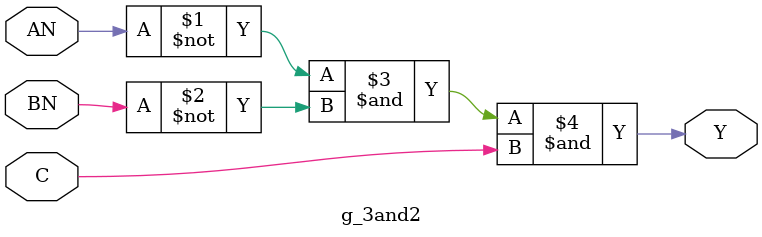
<source format=v>
module g_3and2 (Y, AN, BN, C);

   input AN, BN, C;
   output Y;

   and (Y, ~AN, ~BN, C);

endmodule // g_3and2

</source>
